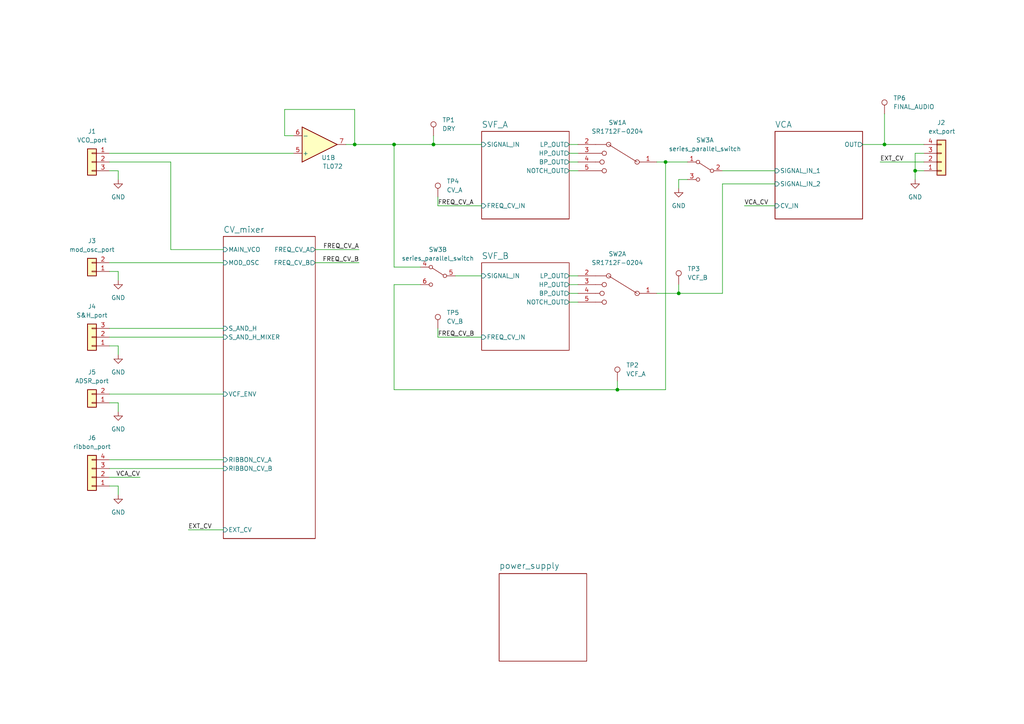
<source format=kicad_sch>
(kicad_sch (version 20211123) (generator eeschema)
  (paper "A4")
  (title_block (title "Josh Ox Ribbon Synth VCF/VCA board") (date "2022-06-07") (rev "0") (comment 1 "creativecommons.org/licenses/by/4.0/") (comment 2 "License: CC by 4.0") (comment 3 "Author: Jordan Aceto"))
  (lib_symbols
    (symbol "Amplifier_Operational:TL072" (pin_names (offset 0.127))
      (property "Reference" "U" (at 0 5.08 0))
      (property "Value" "TL072" (at 0 -5.08 0))
      (symbol "TL072_1_1"
        (polyline (pts (xy -5.08 5.08) (xy 5.08 0) (xy -5.08 -5.08) (xy -5.08 5.08)) (stroke (width 0.254)) (fill (type background)))
        (pin output line (at 7.62 0 180) (length 2.54) (name "~") (number "1"))
        (pin input line (at -7.62 -2.54 0) (length 2.54) (name "-") (number "2"))
        (pin input line (at -7.62 2.54 0) (length 2.54) (name "+") (number "3"))
      )
      (symbol "TL072_2_1"
        (polyline (pts (xy -5.08 5.08) (xy 5.08 0) (xy -5.08 -5.08) (xy -5.08 5.08)) (stroke (width 0.254)) (fill (type background)))
        (pin input line (at -7.62 2.54 0) (length 2.54) (name "+") (number "5"))
        (pin input line (at -7.62 -2.54 0) (length 2.54) (name "-") (number "6"))
        (pin output line (at 7.62 0 180) (length 2.54) (name "~") (number "7"))
      )
      (symbol "TL072_3_1"
        (pin power_in line (at -2.54 -7.62 90) (length 3.81) (name "V-") (number "4"))
        (pin power_in line (at -2.54 7.62 270) (length 3.81) (name "V+") (number "8"))
      )
    )
    (symbol "Connector:TestPoint" (pin_numbers hide) (pin_names (offset 0.762) hide)
      (property "Reference" "TP" (at 0 6.858 0))
      (property "Value" "TestPoint" (at 0 5.08 0))
      (symbol "TestPoint_0_1"
        (circle (center 0 3.302) (radius 0.762))
      )
      (symbol "TestPoint_1_1"
        (pin passive line (at 0 0 90) (length 2.54) (name "1") (number "1"))
      )
    )
    (symbol "Connector_Generic:Conn_01x02" (pin_names (offset 1.016) hide)
      (property "Reference" "J" (at 0 2.54 0))
      (property "Value" "Conn_01x02" (at 0 -5.08 0))
      (symbol "Conn_01x02_1_1"
        (rectangle (start -1.27 -2.413) (end 0 -2.667) (stroke (width 0.1524)))
        (rectangle (start -1.27 0.127) (end 0 -0.127) (stroke (width 0.1524)))
        (rectangle (start -1.27 1.27) (end 1.27 -3.81) (stroke (width 0.254)) (fill (type background)))
        (pin passive line (at -5.08 0 0) (length 3.81) (name "Pin_1") (number "1"))
        (pin passive line (at -5.08 -2.54 0) (length 3.81) (name "Pin_2") (number "2"))
      )
    )
    (symbol "Connector_Generic:Conn_01x03" (pin_names (offset 1.016) hide)
      (property "Reference" "J" (at 0 5.08 0))
      (property "Value" "Conn_01x03" (at 0 -5.08 0))
      (symbol "Conn_01x03_1_1"
        (rectangle (start -1.27 -2.413) (end 0 -2.667) (stroke (width 0.1524)))
        (rectangle (start -1.27 0.127) (end 0 -0.127) (stroke (width 0.1524)))
        (rectangle (start -1.27 2.667) (end 0 2.413) (stroke (width 0.1524)))
        (rectangle (start -1.27 3.81) (end 1.27 -3.81) (stroke (width 0.254)) (fill (type background)))
        (pin passive line (at -5.08 2.54 0) (length 3.81) (name "Pin_1") (number "1"))
        (pin passive line (at -5.08 0 0) (length 3.81) (name "Pin_2") (number "2"))
        (pin passive line (at -5.08 -2.54 0) (length 3.81) (name "Pin_3") (number "3"))
      )
    )
    (symbol "Connector_Generic:Conn_01x04" (pin_names (offset 1.016) hide)
      (property "Reference" "J" (at 0 5.08 0))
      (property "Value" "Conn_01x04" (at 0 -7.62 0))
      (symbol "Conn_01x04_1_1"
        (rectangle (start -1.27 -4.953) (end 0 -5.207) (stroke (width 0.1524)))
        (rectangle (start -1.27 -2.413) (end 0 -2.667) (stroke (width 0.1524)))
        (rectangle (start -1.27 0.127) (end 0 -0.127) (stroke (width 0.1524)))
        (rectangle (start -1.27 2.667) (end 0 2.413) (stroke (width 0.1524)))
        (rectangle (start -1.27 3.81) (end 1.27 -6.35) (stroke (width 0.254)) (fill (type background)))
        (pin passive line (at -5.08 2.54 0) (length 3.81) (name "Pin_1") (number "1"))
        (pin passive line (at -5.08 0 0) (length 3.81) (name "Pin_2") (number "2"))
        (pin passive line (at -5.08 -2.54 0) (length 3.81) (name "Pin_3") (number "3"))
        (pin passive line (at -5.08 -5.08 0) (length 3.81) (name "Pin_4") (number "4"))
      )
    )
    (symbol "Switch:SW_DPDT_x2" (pin_names (offset 0) hide)
      (property "Reference" "SW" (at 0 4.318 0))
      (property "Value" "SW_DPDT_x2" (at 0 -5.08 0))
      (symbol "SW_DPDT_x2_0_0"
        (circle (center -2.032 0) (radius 0.508))
        (circle (center 2.032 -2.54) (radius 0.508))
      )
      (symbol "SW_DPDT_x2_0_1"
        (polyline (pts (xy -1.524 0.254) (xy 1.651 2.286)))
        (circle (center 2.032 2.54) (radius 0.508))
      )
      (symbol "SW_DPDT_x2_1_1"
        (pin passive line (at 5.08 2.54 180) (length 2.54) (name "A") (number "1"))
        (pin passive line (at -5.08 0 0) (length 2.54) (name "B") (number "2"))
        (pin passive line (at 5.08 -2.54 180) (length 2.54) (name "C") (number "3"))
      )
      (symbol "SW_DPDT_x2_2_1"
        (pin passive line (at 5.08 2.54 180) (length 2.54) (name "A") (number "4"))
        (pin passive line (at -5.08 0 0) (length 2.54) (name "B") (number "5"))
        (pin passive line (at 5.08 -2.54 180) (length 2.54) (name "C") (number "6"))
      )
    )
    (symbol "custom_symbols:SR1712F-0204" (pin_names (offset 1.016) hide)
      (property "Reference" "SW101" (at -1.27 11.43 0))
      (property "Value" "SR1712F-0204" (at -1.27 8.89 0))
      (symbol "SR1712F-0204_0_0"
        (circle (center -4.445 0) (radius 0.635))
        (polyline (pts (xy -4.445 0) (xy 3.81 5.08)))
        (polyline (pts (xy 4.445 5.08) (xy 7.62 5.08)))
        (polyline (pts (xy 5.715 -2.54) (xy 7.62 -2.54)))
        (polyline (pts (xy 5.715 2.54) (xy 7.62 2.54)))
        (polyline (pts (xy 6.35 0) (xy 7.62 0)))
        (circle (center 3.81 5.08) (radius 0.635))
        (circle (center 5.08 -2.54) (radius 0.635))
        (circle (center 5.08 2.54) (radius 0.635))
        (circle (center 5.715 0) (radius 0.635))
      )
      (symbol "SR1712F-0204_1_1"
        (pin passive line (at -10.16 0 0) (length 5.08) (name "1") (number "1"))
        (pin passive line (at 12.7 5.08 180) (length 5.08) (name "2") (number "2"))
        (pin passive line (at 12.7 2.54 180) (length 5.08) (name "3") (number "3"))
        (pin passive line (at 12.7 0 180) (length 5.08) (name "4") (number "4"))
        (pin passive line (at 12.7 -2.54 180) (length 5.08) (name "5") (number "5"))
      )
      (symbol "SR1712F-0204_2_1"
        (pin passive line (at -10.16 0 0) (length 5.08) (name "10") (number "10"))
        (pin passive line (at 12.7 5.08 180) (length 5.08) (name "6") (number "6"))
        (pin passive line (at 12.7 2.54 180) (length 5.08) (name "7") (number "7"))
        (pin passive line (at 12.7 0 180) (length 5.08) (name "8") (number "8"))
        (pin passive line (at 12.7 -2.54 180) (length 5.08) (name "9") (number "9"))
      )
    )
    (symbol "power:GND" (power) (pin_names (offset 0))
      (property "Value" "GND" (at 0 -3.81 0))
      (symbol "GND_0_1"
        (polyline (pts (xy 0 0) (xy 0 -1.27) (xy 1.27 -1.27) (xy 0 -2.54) (xy -1.27 -1.27) (xy 0 -1.27)))
      )
      (symbol "GND_1_1"
        (pin power_in line (at 0 0 270) (length 0) hide (name "GND") (number "1"))
      )
    )
  )
  (junction (at 193.04 46.99))
  (junction (at 179.07 113.03))
  (junction (at 125.73 41.91))
  (junction (at 196.85 85.09))
  (junction (at 102.87 41.91))
  (junction (at 114.3 41.91))
  (junction (at 265.43 49.53))
  (junction (at 256.54 41.91))
  (wire (pts (xy 127 59.69) (xy 139.7 59.69)))
  (wire (pts (xy 196.85 52.07) (xy 199.39 52.07)))
  (wire (pts (xy 267.97 44.45) (xy 265.43 44.45)))
  (wire (pts (xy 224.79 59.69) (xy 215.9 59.69)))
  (wire (pts (xy 34.29 81.28) (xy 34.29 78.74)))
  (wire (pts (xy 132.08 80.01) (xy 139.7 80.01)))
  (wire (pts (xy 127 95.25) (xy 127 97.79)))
  (wire (pts (xy 34.29 140.97) (xy 31.75 140.97)))
  (wire (pts (xy 193.04 113.03) (xy 193.04 46.99)))
  (wire (pts (xy 165.1 87.63) (xy 167.64 87.63)))
  (wire (pts (xy 34.29 116.84) (xy 31.75 116.84)))
  (wire (pts (xy 114.3 82.55) (xy 121.92 82.55)))
  (wire (pts (xy 256.54 41.91) (xy 267.97 41.91)))
  (wire (pts (xy 82.55 31.75) (xy 82.55 39.37)))
  (wire (pts (xy 196.85 54.61) (xy 196.85 52.07)))
  (wire (pts (xy 31.75 138.43) (xy 40.64 138.43)))
  (wire (pts (xy 125.73 41.91) (xy 139.7 41.91)))
  (wire (pts (xy 209.55 53.34) (xy 224.79 53.34)))
  (wire (pts (xy 265.43 52.07) (xy 265.43 49.53)))
  (wire (pts (xy 34.29 119.38) (xy 34.29 116.84)))
  (wire (pts (xy 82.55 39.37) (xy 85.09 39.37)))
  (wire (pts (xy 165.1 49.53) (xy 167.64 49.53)))
  (wire (pts (xy 165.1 41.91) (xy 167.64 41.91)))
  (wire (pts (xy 193.04 46.99) (xy 199.39 46.99)))
  (wire (pts (xy 31.75 133.35) (xy 64.77 133.35)))
  (wire (pts (xy 165.1 46.99) (xy 167.64 46.99)))
  (wire (pts (xy 267.97 46.99) (xy 255.27 46.99)))
  (wire (pts (xy 190.5 85.09) (xy 196.85 85.09)))
  (wire (pts (xy 165.1 85.09) (xy 167.64 85.09)))
  (wire (pts (xy 114.3 82.55) (xy 114.3 113.03)))
  (wire (pts (xy 34.29 143.51) (xy 34.29 140.97)))
  (wire (pts (xy 49.53 72.39) (xy 49.53 46.99)))
  (wire (pts (xy 190.5 46.99) (xy 193.04 46.99)))
  (wire (pts (xy 102.87 41.91) (xy 114.3 41.91)))
  (wire (pts (xy 91.44 76.2) (xy 104.14 76.2)))
  (wire (pts (xy 250.19 41.91) (xy 256.54 41.91)))
  (wire (pts (xy 34.29 78.74) (xy 31.75 78.74)))
  (wire (pts (xy 165.1 80.01) (xy 167.64 80.01)))
  (wire (pts (xy 31.75 95.25) (xy 64.77 95.25)))
  (wire (pts (xy 31.75 44.45) (xy 85.09 44.45)))
  (wire (pts (xy 114.3 41.91) (xy 125.73 41.91)))
  (wire (pts (xy 165.1 82.55) (xy 167.64 82.55)))
  (wire (pts (xy 102.87 31.75) (xy 82.55 31.75)))
  (wire (pts (xy 91.44 72.39) (xy 104.14 72.39)))
  (wire (pts (xy 34.29 102.87) (xy 34.29 100.33)))
  (wire (pts (xy 102.87 41.91) (xy 102.87 31.75)))
  (wire (pts (xy 196.85 82.55) (xy 196.85 85.09)))
  (wire (pts (xy 49.53 72.39) (xy 64.77 72.39)))
  (wire (pts (xy 34.29 100.33) (xy 31.75 100.33)))
  (wire (pts (xy 196.85 85.09) (xy 209.55 85.09)))
  (wire (pts (xy 31.75 135.89) (xy 64.77 135.89)))
  (wire (pts (xy 256.54 33.02) (xy 256.54 41.91)))
  (wire (pts (xy 165.1 44.45) (xy 167.64 44.45)))
  (wire (pts (xy 125.73 39.37) (xy 125.73 41.91)))
  (wire (pts (xy 114.3 113.03) (xy 179.07 113.03)))
  (wire (pts (xy 100.33 41.91) (xy 102.87 41.91)))
  (wire (pts (xy 139.7 97.79) (xy 127 97.79)))
  (wire (pts (xy 31.75 114.3) (xy 64.77 114.3)))
  (wire (pts (xy 31.75 97.79) (xy 64.77 97.79)))
  (wire (pts (xy 179.07 113.03) (xy 193.04 113.03)))
  (wire (pts (xy 209.55 85.09) (xy 209.55 53.34)))
  (wire (pts (xy 265.43 49.53) (xy 267.97 49.53)))
  (wire (pts (xy 209.55 49.53) (xy 224.79 49.53)))
  (wire (pts (xy 265.43 44.45) (xy 265.43 49.53)))
  (wire (pts (xy 121.92 77.47) (xy 114.3 77.47)))
  (wire (pts (xy 34.29 49.53) (xy 31.75 49.53)))
  (wire (pts (xy 31.75 76.2) (xy 64.77 76.2)))
  (wire (pts (xy 114.3 77.47) (xy 114.3 41.91)))
  (wire (pts (xy 127 57.15) (xy 127 59.69)))
  (wire (pts (xy 179.07 110.49) (xy 179.07 113.03)))
  (wire (pts (xy 54.61 153.67) (xy 64.77 153.67)))
  (wire (pts (xy 34.29 52.07) (xy 34.29 49.53)))
  (wire (pts (xy 49.53 46.99) (xy 31.75 46.99)))
  (label "EXT_CV" (at 255.27 46.99 0))
  (label "FREQ_CV_B" (at 127 97.79 0))
  (label "FREQ_CV_A" (at 104.14 72.39 180))
  (label "EXT_CV" (at 54.61 153.67 0))
  (label "VCA_CV" (at 40.64 138.43 180))
  (label "VCA_CV" (at 215.9 59.69 0))
  (label "FREQ_CV_A" (at 127 59.69 0))
  (label "FREQ_CV_B" (at 104.14 76.2 180))
  (symbol (lib_id "Connector_Generic:Conn_01x03") (at 26.67 97.79 180) (unit 1)
    (property "Reference" "J4" (at 26.67 88.9 0))
    (property "Value" "S&H_port" (at 26.67 91.44 0))
    (property "Footprint" "Connector_Molex:Molex_KK-254_AE-6410-03A_1x03_P2.54mm_Vertical" (effects hide))
  )
  (symbol (lib_id "Connector_Generic:Conn_01x03") (at 26.67 46.99 0) (mirror y) (unit 1)
    (property "Reference" "J1" (at 26.67 38.1 0))
    (property "Value" "VCO_port" (at 26.67 40.64 0))
    (property "Footprint" "Connector_Molex:Molex_KK-254_AE-6410-03A_1x03_P2.54mm_Vertical" (effects hide))
  )
  (symbol (lib_id "power:GND") (at 34.29 102.87 0) (mirror y) (unit 1)
    (property "Reference" "#PWR0105" (effects hide))
    (property "Value" "GND" (at 34.29 107.95 0))
  )
  (symbol (lib_id "Connector:TestPoint") (at 256.54 33.02 0) (unit 1)
    (property "Reference" "TP6" (at 259.08 28.4479 0) (effects (justify left)))
    (property "Value" "FINAL_AUDIO" (at 259.08 30.9879 0) (effects (justify left)))
    (property "Footprint" "TestPoint:TestPoint_Keystone_5000-5004_Miniature" (effects hide))
  )
  (symbol (lib_id "Switch:SW_DPDT_x2") (at 127 80.01 0) (mirror y) (unit 2)
    (property "Reference" "SW3" (at 127 72.39 0))
    (property "Value" "series_parallel_switch" (at 127 74.93 0))
    (property "Footprint" "custom_footprints:DPDT_mini_toggle" (effects hide))
  )
  (symbol (lib_id "Amplifier_Operational:TL072") (at 92.71 41.91 0) (mirror x) (unit 2)
    (property "Reference" "U1" (at 95.25 45.72 0))
    (property "Value" "TL072" (at 96.52 48.26 0))
    (property "Footprint" "Package_SO:SO-8_5.3x6.2mm_P1.27mm" (effects hide))
    (property "Datasheet" "http://www.ti.com/lit/ds/symlink/tl071.pdf" (effects hide))
  )
  (symbol (lib_id "Connector_Generic:Conn_01x02") (at 26.67 78.74 180) (unit 1)
    (property "Reference" "J3" (at 26.67 69.85 0))
    (property "Value" "mod_osc_port" (at 26.67 72.39 0))
    (property "Footprint" "Connector_Molex:Molex_KK-254_AE-6410-02A_1x02_P2.54mm_Vertical" (effects hide))
  )
  (symbol (lib_id "Connector_Generic:Conn_01x02") (at 26.67 116.84 180) (unit 1)
    (property "Reference" "J5" (at 26.67 107.95 0))
    (property "Value" "ADSR_port" (at 26.67 110.49 0))
    (property "Footprint" "Connector_Molex:Molex_KK-254_AE-6410-02A_1x02_P2.54mm_Vertical" (effects hide))
  )
  (symbol (lib_id "power:GND") (at 265.43 52.07 0) (unit 1)
    (property "Reference" "#PWR0102" (effects hide))
    (property "Value" "GND" (at 265.43 57.15 0))
  )
  (symbol (lib_id "power:GND") (at 34.29 52.07 0) (mirror y) (unit 1)
    (property "Reference" "#PWR0101" (effects hide))
    (property "Value" "GND" (at 34.29 57.15 0))
  )
  (symbol (lib_id "Connector:TestPoint") (at 125.73 39.37 0) (unit 1)
    (property "Reference" "TP1" (at 128.27 34.7979 0) (effects (justify left)))
    (property "Value" "DRY" (at 128.27 37.3379 0) (effects (justify left)))
    (property "Footprint" "TestPoint:TestPoint_Keystone_5000-5004_Miniature" (effects hide))
  )
  (symbol (lib_id "Connector_Generic:Conn_01x04") (at 26.67 138.43 180) (unit 1)
    (property "Reference" "J6" (at 26.67 127 0))
    (property "Value" "ribbon_port" (at 26.67 129.54 0))
    (property "Footprint" "Connector_Molex:Molex_KK-254_AE-6410-04A_1x04_P2.54mm_Vertical" (effects hide))
  )
  (symbol (lib_id "custom_symbols:SR1712F-0204") (at 180.34 46.99 0) (mirror y) (unit 1)
    (property "Reference" "SW1" (at 179.07 35.56 0))
    (property "Value" "SR1712F-0204" (at 179.07 38.1 0))
    (property "Footprint" "custom_footprints:SR1712F_rotary_switch" (effects hide))
  )
  (symbol (lib_id "power:GND") (at 196.85 54.61 0) (unit 1)
    (property "Reference" "#PWR0103" (effects hide))
    (property "Value" "GND" (at 196.85 59.69 0))
  )
  (symbol (lib_id "Switch:SW_DPDT_x2") (at 204.47 49.53 0) (mirror y) (unit 1)
    (property "Reference" "SW3" (at 204.47 40.64 0))
    (property "Value" "series_parallel_switch" (at 204.47 43.18 0))
    (property "Footprint" "custom_footprints:DPDT_mini_toggle" (effects hide))
  )
  (symbol (lib_id "power:GND") (at 34.29 119.38 0) (mirror y) (unit 1)
    (property "Reference" "#PWR0106" (effects hide))
    (property "Value" "GND" (at 34.29 124.46 0))
  )
  (symbol (lib_id "Connector:TestPoint") (at 196.85 82.55 0) (unit 1)
    (property "Reference" "TP3" (at 199.39 77.9779 0) (effects (justify left)))
    (property "Value" "VCF_B" (at 199.39 80.5179 0) (effects (justify left)))
    (property "Footprint" "TestPoint:TestPoint_Keystone_5000-5004_Miniature" (effects hide))
  )
  (symbol (lib_id "Connector:TestPoint") (at 127 95.25 0) (unit 1)
    (property "Reference" "TP5" (at 129.54 90.6779 0) (effects (justify left)))
    (property "Value" "CV_B" (at 129.54 93.2179 0) (effects (justify left)))
    (property "Footprint" "TestPoint:TestPoint_Keystone_5000-5004_Miniature" (effects hide))
  )
  (symbol (lib_id "Connector_Generic:Conn_01x04") (at 273.05 46.99 0) (mirror x) (unit 1)
    (property "Reference" "J2" (at 271.78 35.56 0) (effects (justify left)))
    (property "Value" "ext_port" (at 269.24 38.1 0) (effects (justify left)))
    (property "Footprint" "Connector_Molex:Molex_KK-254_AE-6410-04A_1x04_P2.54mm_Vertical" (effects hide))
  )
  (symbol (lib_id "power:GND") (at 34.29 143.51 0) (mirror y) (unit 1)
    (property "Reference" "#PWR0107" (effects hide))
    (property "Value" "GND" (at 34.29 148.59 0))
  )
  (symbol (lib_id "custom_symbols:SR1712F-0204") (at 180.34 85.09 0) (mirror y) (unit 1)
    (property "Reference" "SW2" (at 179.07 73.66 0))
    (property "Value" "SR1712F-0204" (at 179.07 76.2 0))
    (property "Footprint" "custom_footprints:SR1712F_rotary_switch" (effects hide))
  )
  (symbol (lib_id "Connector:TestPoint") (at 179.07 110.49 0) (unit 1)
    (property "Reference" "TP2" (at 181.61 105.9179 0) (effects (justify left)))
    (property "Value" "VCF_A" (at 181.61 108.4579 0) (effects (justify left)))
    (property "Footprint" "TestPoint:TestPoint_Keystone_5000-5004_Miniature" (effects hide))
  )
  (symbol (lib_id "Connector:TestPoint") (at 127 57.15 0) (unit 1)
    (property "Reference" "TP4" (at 129.54 52.5779 0) (effects (justify left)))
    (property "Value" "CV_A" (at 129.54 55.1179 0) (effects (justify left)))
    (property "Footprint" "TestPoint:TestPoint_Keystone_5000-5004_Miniature" (effects hide))
  )
  (symbol (lib_id "power:GND") (at 34.29 81.28 0) (mirror y) (unit 1)
    (property "Reference" "#PWR0104" (effects hide))
    (property "Value" "GND" (at 34.29 86.36 0))
  )
  (sheet (at 139.7 38.1) (size 25.4 25.4) (stroke (width 0.1524))
    (property "Sheet name" "SVF_A" (at 139.7 37.1484 0) (effects (font (size 1.75 1.75)) (justify left bottom)))
    (property "Sheet file" "SVF.kicad_sch" (effects hide))
    (pin "LP_OUT" output (at 165.1 41.91 0))
    (pin "HP_OUT" output (at 165.1 44.45 0))
    (pin "SIGNAL_IN" input (at 139.7 41.91 180))
    (pin "BP_OUT" output (at 165.1 46.99 0))
    (pin "FREQ_CV_IN" input (at 139.7 59.69 180))
    (pin "NOTCH_OUT" output (at 165.1 49.53 0))
  )
  (sheet (at 139.7 76.2) (size 25.4 25.4) (stroke (width 0.1524))
    (property "Sheet name" "SVF_B" (at 139.7 75.2484 0) (effects (font (size 1.75 1.75)) (justify left bottom)))
    (property "Sheet file" "SVF.kicad_sch" (effects hide))
    (pin "LP_OUT" output (at 165.1 80.01 0))
    (pin "HP_OUT" output (at 165.1 82.55 0))
    (pin "SIGNAL_IN" input (at 139.7 80.01 180))
    (pin "BP_OUT" output (at 165.1 85.09 0))
    (pin "FREQ_CV_IN" input (at 139.7 97.79 180))
    (pin "NOTCH_OUT" output (at 165.1 87.63 0))
  )
  (sheet (at 144.78 166.37) (size 25.4 25.4) (stroke (width 0.1524))
    (property "Sheet name" "power_supply" (at 144.78 165.1 0) (effects (font (size 1.75 1.75)) (justify left bottom)))
    (property "Sheet file" "power_supply.kicad_sch" (effects hide))
  )
  (sheet (at 224.79 38.1) (size 25.4 25.4) (stroke (width 0.1524))
    (property "Sheet name" "VCA" (at 224.79 37.1484 0) (effects (font (size 1.75 1.75)) (justify left bottom)))
    (property "Sheet file" "VCA.kicad_sch" (effects hide))
    (pin "SIGNAL_IN_1" input (at 224.79 49.53 180))
    (pin "SIGNAL_IN_2" input (at 224.79 53.34 180))
    (pin "CV_IN" input (at 224.79 59.69 180))
    (pin "OUT" output (at 250.19 41.91 0))
  )
  (sheet (at 64.77 68.58) (size 26.67 87.63) (stroke (width 0.1524))
    (property "Sheet name" "CV_mixer" (at 64.77 67.6284 0) (effects (font (size 1.75 1.75)) (justify left bottom)))
    (property "Sheet file" "CV_mixer.kicad_sch" (effects hide))
    (pin "EXT_CV" input (at 64.77 153.67 180))
    (pin "S_AND_H" input (at 64.77 95.25 180))
    (pin "MAIN_VCO" input (at 64.77 72.39 180))
    (pin "MOD_OSC" input (at 64.77 76.2 180))
    (pin "S_AND_H_MIXER" input (at 64.77 97.79 180))
    (pin "VCF_ENV" input (at 64.77 114.3 180))
    (pin "FREQ_CV_B" output (at 91.44 76.2 0))
    (pin "FREQ_CV_A" output (at 91.44 72.39 0))
    (pin "RIBBON_CV_B" input (at 64.77 135.89 180))
    (pin "RIBBON_CV_A" input (at 64.77 133.35 180))
  )
)
</source>
